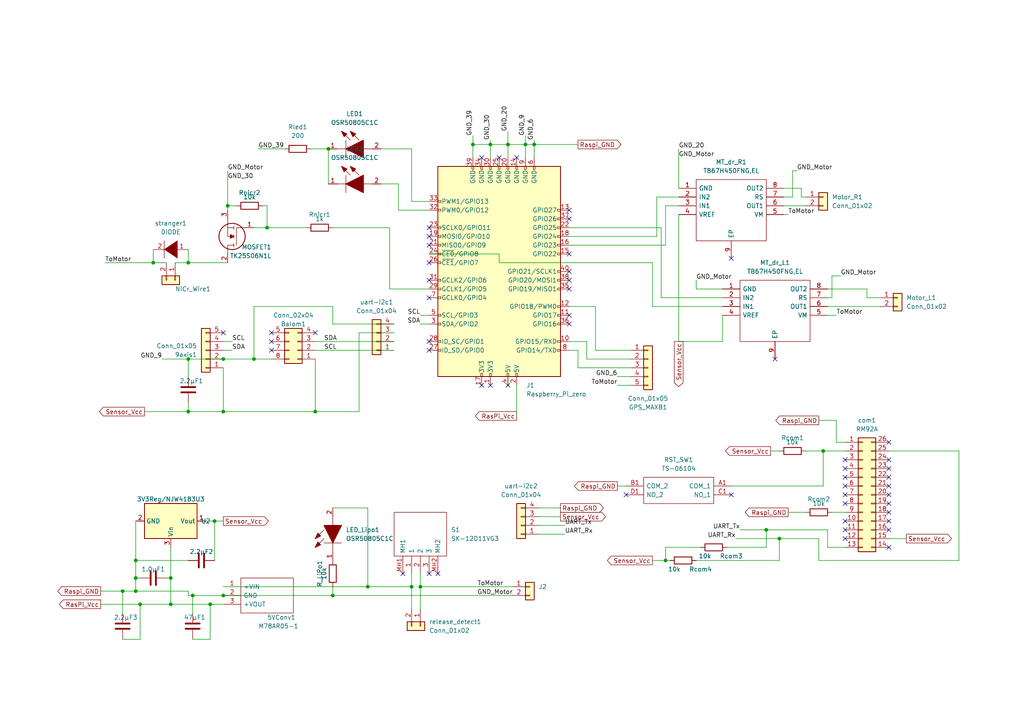
<source format=kicad_sch>
(kicad_sch (version 20211123) (generator eeschema)
  (paper "A4")
  (title_block (title "CanSat_MainBoard") (rev "1") (company "FUSiON_NEO"))
  (lib_symbols
    (symbol "Connector:Raspberry_Pi_2_3" (pin_names (offset 1.016))
      (property "Reference" "J" (at -17.78 31.75 0))
      (property "Value" "Raspberry_Pi_2_3" (at 10.16 -31.75 0))
      (symbol "Raspberry_Pi_2_3_0_1"
        (rectangle (start -17.78 30.48) (end 17.78 -30.48) (stroke (width 0.254)) (fill (type background)))
      )
      (symbol "Raspberry_Pi_2_3_1_1"
        (rectangle (start -16.891 -17.526) (end -17.78 -18.034))
        (rectangle (start -16.891 -14.986) (end -17.78 -15.494))
        (rectangle (start -16.891 -12.446) (end -17.78 -12.954))
        (rectangle (start -16.891 -9.906) (end -17.78 -10.414))
        (rectangle (start -16.891 -7.366) (end -17.78 -7.874))
        (rectangle (start -16.891 -4.826) (end -17.78 -5.334))
        (rectangle (start -16.891 0.254) (end -17.78 -0.254))
        (rectangle (start -16.891 2.794) (end -17.78 2.286))
        (rectangle (start -16.891 5.334) (end -17.78 4.826))
        (rectangle (start -16.891 10.414) (end -17.78 9.906))
        (rectangle (start -16.891 12.954) (end -17.78 12.446))
        (rectangle (start -16.891 15.494) (end -17.78 14.986))
        (rectangle (start -16.891 20.574) (end -17.78 20.066))
        (rectangle (start -16.891 23.114) (end -17.78 22.606))
        (rectangle (start -10.414 -29.591) (end -9.906 -30.48))
        (rectangle (start -7.874 -29.591) (end -7.366 -30.48))
        (rectangle (start -5.334 -29.591) (end -4.826 -30.48))
        (rectangle (start -5.334 30.48) (end -4.826 29.591))
        (rectangle (start -2.794 -29.591) (end -2.286 -30.48))
        (rectangle (start -2.794 30.48) (end -2.286 29.591))
        (rectangle (start -0.254 -29.591) (end 0.254 -30.48))
        (rectangle (start 2.286 -29.591) (end 2.794 -30.48))
        (rectangle (start 2.286 30.48) (end 2.794 29.591))
        (rectangle (start 4.826 -29.591) (end 5.334 -30.48))
        (rectangle (start 4.826 30.48) (end 5.334 29.591))
        (rectangle (start 7.366 -29.591) (end 7.874 -30.48))
        (rectangle (start 17.78 -20.066) (end 16.891 -20.574))
        (rectangle (start 17.78 -17.526) (end 16.891 -18.034))
        (rectangle (start 17.78 -12.446) (end 16.891 -12.954))
        (rectangle (start 17.78 -9.906) (end 16.891 -10.414))
        (rectangle (start 17.78 -7.366) (end 16.891 -7.874))
        (rectangle (start 17.78 -4.826) (end 16.891 -5.334))
        (rectangle (start 17.78 -2.286) (end 16.891 -2.794))
        (rectangle (start 17.78 2.794) (end 16.891 2.286))
        (rectangle (start 17.78 5.334) (end 16.891 4.826))
        (rectangle (start 17.78 7.874) (end 16.891 7.366))
        (rectangle (start 17.78 12.954) (end 16.891 12.446))
        (rectangle (start 17.78 15.494) (end 16.891 14.986))
        (rectangle (start 17.78 20.574) (end 16.891 20.066))
        (rectangle (start 17.78 23.114) (end 16.891 22.606))
        (pin power_in line (at 2.54 33.02 270) (length 2.54) (name "3V3") (number "1"))
        (pin bidirectional line (at -20.32 20.32 0) (length 2.54) (name "GPIO15/RXD") (number "10"))
        (pin bidirectional line (at -20.32 12.7 0) (length 2.54) (name "GPIO17") (number "11"))
        (pin bidirectional line (at -20.32 10.16 0) (length 2.54) (name "GPIO18/PWM0") (number "12"))
        (pin bidirectional line (at -20.32 -17.78 0) (length 2.54) (name "GPIO27") (number "13"))
        (pin power_in line (at -5.08 -33.02 90) (length 2.54) (name "GND") (number "14"))
        (pin bidirectional line (at -20.32 -5.08 0) (length 2.54) (name "GPIO22") (number "15"))
        (pin bidirectional line (at -20.32 -7.62 0) (length 2.54) (name "GPIO23") (number "16"))
        (pin power_in line (at 5.08 33.02 270) (length 2.54) (name "3V3") (number "17"))
        (pin bidirectional line (at -20.32 -10.16 0) (length 2.54) (name "GPIO24") (number "18"))
        (pin bidirectional line (at 20.32 -10.16 180) (length 2.54) (name "MOSI0/GPIO10") (number "19"))
        (pin power_in line (at -5.08 33.02 270) (length 2.54) (name "5V") (number "2"))
        (pin power_in line (at -2.54 -33.02 90) (length 2.54) (name "GND") (number "20"))
        (pin bidirectional line (at 20.32 -7.62 180) (length 2.54) (name "MISO0/GPIO9") (number "21"))
        (pin bidirectional line (at -20.32 -12.7 0) (length 2.54) (name "GPIO25") (number "22"))
        (pin bidirectional line (at 20.32 -12.7 180) (length 2.54) (name "SCLK0/GPIO11") (number "23"))
        (pin bidirectional line (at 20.32 -5.08 180) (length 2.54) (name "~{CE0}/GPIO8") (number "24"))
        (pin power_in line (at 0 -33.02 90) (length 2.54) (name "GND") (number "25"))
        (pin bidirectional line (at 20.32 -2.54 180) (length 2.54) (name "~{CE1}/GPIO7") (number "26"))
        (pin bidirectional line (at 20.32 22.86 180) (length 2.54) (name "ID_SD/GPIO0") (number "27"))
        (pin bidirectional line (at 20.32 20.32 180) (length 2.54) (name "ID_SC/GPIO1") (number "28"))
        (pin bidirectional line (at 20.32 5.08 180) (length 2.54) (name "GCLK1/GPIO5") (number "29"))
        (pin bidirectional line (at 20.32 15.24 180) (length 2.54) (name "SDA/GPIO2") (number "3"))
        (pin power_in line (at 2.54 -33.02 90) (length 2.54) (name "GND") (number "30"))
        (pin bidirectional line (at 20.32 2.54 180) (length 2.54) (name "GCLK2/GPIO6") (number "31"))
        (pin bidirectional line (at 20.32 -17.78 180) (length 2.54) (name "PWM0/GPIO12") (number "32"))
        (pin bidirectional line (at 20.32 -20.32 180) (length 2.54) (name "PWM1/GPIO13") (number "33"))
        (pin power_in line (at 5.08 -33.02 90) (length 2.54) (name "GND") (number "34"))
        (pin bidirectional line (at -20.32 5.08 0) (length 2.54) (name "GPIO19/MISO1") (number "35"))
        (pin bidirectional line (at -20.32 15.24 0) (length 2.54) (name "GPIO16") (number "36"))
        (pin bidirectional line (at -20.32 -15.24 0) (length 2.54) (name "GPIO26") (number "37"))
        (pin bidirectional line (at -20.32 2.54 0) (length 2.54) (name "GPIO20/MOSI1") (number "38"))
        (pin power_in line (at 7.62 -33.02 90) (length 2.54) (name "GND") (number "39"))
        (pin power_in line (at -2.54 33.02 270) (length 2.54) (name "5V") (number "4"))
        (pin bidirectional line (at -20.32 0 0) (length 2.54) (name "GPIO21/SCLK1") (number "40"))
        (pin bidirectional line (at 20.32 12.7 180) (length 2.54) (name "SCL/GPIO3") (number "5"))
        (pin power_in line (at -10.16 -33.02 90) (length 2.54) (name "GND") (number "6"))
        (pin bidirectional line (at 20.32 7.62 180) (length 2.54) (name "GCLK0/GPIO4") (number "7"))
        (pin bidirectional line (at -20.32 22.86 0) (length 2.54) (name "GPIO14/TXD") (number "8"))
        (pin power_in line (at -7.62 -33.02 90) (length 2.54) (name "GND") (number "9"))
      )
    )
    (symbol "Connector_Generic:Conn_01x02" (pin_names (offset 1.016) hide)
      (property "Reference" "J" (at 0 2.54 0))
      (property "Value" "Conn_01x02" (at 0 -5.08 0))
      (symbol "Conn_01x02_1_1"
        (rectangle (start -1.27 -2.413) (end 0 -2.667) (stroke (width 0.1524)))
        (rectangle (start -1.27 0.127) (end 0 -0.127) (stroke (width 0.1524)))
        (rectangle (start -1.27 1.27) (end 1.27 -3.81) (stroke (width 0.254)) (fill (type background)))
        (pin passive line (at -5.08 0 0) (length 3.81) (name "Pin_1") (number "1"))
        (pin passive line (at -5.08 -2.54 0) (length 3.81) (name "Pin_2") (number "2"))
      )
    )
    (symbol "Connector_Generic:Conn_01x04" (pin_names (offset 1.016) hide)
      (property "Reference" "J" (at 0 5.08 0))
      (property "Value" "Conn_01x04" (at 0 -7.62 0))
      (symbol "Conn_01x04_1_1"
        (rectangle (start -1.27 -4.953) (end 0 -5.207) (stroke (width 0.1524)))
        (rectangle (start -1.27 -2.413) (end 0 -2.667) (stroke (width 0.1524)))
        (rectangle (start -1.27 0.127) (end 0 -0.127) (stroke (width 0.1524)))
        (rectangle (start -1.27 2.667) (end 0 2.413) (stroke (width 0.1524)))
        (rectangle (start -1.27 3.81) (end 1.27 -6.35) (stroke (width 0.254)) (fill (type background)))
        (pin passive line (at -5.08 2.54 0) (length 3.81) (name "Pin_1") (number "1"))
        (pin passive line (at -5.08 0 0) (length 3.81) (name "Pin_2") (number "2"))
        (pin passive line (at -5.08 -2.54 0) (length 3.81) (name "Pin_3") (number "3"))
        (pin passive line (at -5.08 -5.08 0) (length 3.81) (name "Pin_4") (number "4"))
      )
    )
    (symbol "Connector_Generic:Conn_01x05" (pin_names (offset 1.016) hide)
      (property "Reference" "J" (at 0 7.62 0))
      (property "Value" "Conn_01x05" (at 0 -7.62 0))
      (symbol "Conn_01x05_1_1"
        (rectangle (start -1.27 -4.953) (end 0 -5.207) (stroke (width 0.1524)))
        (rectangle (start -1.27 -2.413) (end 0 -2.667) (stroke (width 0.1524)))
        (rectangle (start -1.27 0.127) (end 0 -0.127) (stroke (width 0.1524)))
        (rectangle (start -1.27 2.667) (end 0 2.413) (stroke (width 0.1524)))
        (rectangle (start -1.27 5.207) (end 0 4.953) (stroke (width 0.1524)))
        (rectangle (start -1.27 6.35) (end 1.27 -6.35) (stroke (width 0.254)) (fill (type background)))
        (pin passive line (at -5.08 5.08 0) (length 3.81) (name "Pin_1") (number "1"))
        (pin passive line (at -5.08 2.54 0) (length 3.81) (name "Pin_2") (number "2"))
        (pin passive line (at -5.08 0 0) (length 3.81) (name "Pin_3") (number "3"))
        (pin passive line (at -5.08 -2.54 0) (length 3.81) (name "Pin_4") (number "4"))
        (pin passive line (at -5.08 -5.08 0) (length 3.81) (name "Pin_5") (number "5"))
      )
    )
    (symbol "Connector_Generic:Conn_02x04_Counter_Clockwise" (pin_names (offset 1.016) hide)
      (property "Reference" "J" (at 1.27 5.08 0))
      (property "Value" "Conn_02x04_Counter_Clockwise" (at 1.27 -7.62 0))
      (symbol "Conn_02x04_Counter_Clockwise_1_1"
        (rectangle (start -1.27 -4.953) (end 0 -5.207) (stroke (width 0.1524)))
        (rectangle (start -1.27 -2.413) (end 0 -2.667) (stroke (width 0.1524)))
        (rectangle (start -1.27 0.127) (end 0 -0.127) (stroke (width 0.1524)))
        (rectangle (start -1.27 2.667) (end 0 2.413) (stroke (width 0.1524)))
        (rectangle (start -1.27 3.81) (end 3.81 -6.35) (stroke (width 0.254)) (fill (type background)))
        (rectangle (start 3.81 -4.953) (end 2.54 -5.207) (stroke (width 0.1524)))
        (rectangle (start 3.81 -2.413) (end 2.54 -2.667) (stroke (width 0.1524)))
        (rectangle (start 3.81 0.127) (end 2.54 -0.127) (stroke (width 0.1524)))
        (rectangle (start 3.81 2.667) (end 2.54 2.413) (stroke (width 0.1524)))
        (pin passive line (at -5.08 2.54 0) (length 3.81) (name "Pin_1") (number "1"))
        (pin passive line (at -5.08 0 0) (length 3.81) (name "Pin_2") (number "2"))
        (pin passive line (at -5.08 -2.54 0) (length 3.81) (name "Pin_3") (number "3"))
        (pin passive line (at -5.08 -5.08 0) (length 3.81) (name "Pin_4") (number "4"))
        (pin passive line (at 7.62 -5.08 180) (length 3.81) (name "Pin_5") (number "5"))
        (pin passive line (at 7.62 -2.54 180) (length 3.81) (name "Pin_6") (number "6"))
        (pin passive line (at 7.62 0 180) (length 3.81) (name "Pin_7") (number "7"))
        (pin passive line (at 7.62 2.54 180) (length 3.81) (name "Pin_8") (number "8"))
      )
    )
    (symbol "Connector_Generic:Conn_02x13_Counter_Clockwise" (pin_names (offset 1.016) hide)
      (property "Reference" "J" (at 1.27 17.78 0))
      (property "Value" "Conn_02x13_Counter_Clockwise" (at 1.27 -17.78 0))
      (symbol "Conn_02x13_Counter_Clockwise_1_1"
        (rectangle (start -1.27 -15.113) (end 0 -15.367) (stroke (width 0.1524)))
        (rectangle (start -1.27 -12.573) (end 0 -12.827) (stroke (width 0.1524)))
        (rectangle (start -1.27 -10.033) (end 0 -10.287) (stroke (width 0.1524)))
        (rectangle (start -1.27 -7.493) (end 0 -7.747) (stroke (width 0.1524)))
        (rectangle (start -1.27 -4.953) (end 0 -5.207) (stroke (width 0.1524)))
        (rectangle (start -1.27 -2.413) (end 0 -2.667) (stroke (width 0.1524)))
        (rectangle (start -1.27 0.127) (end 0 -0.127) (stroke (width 0.1524)))
        (rectangle (start -1.27 2.667) (end 0 2.413) (stroke (width 0.1524)))
        (rectangle (start -1.27 5.207) (end 0 4.953) (stroke (width 0.1524)))
        (rectangle (start -1.27 7.747) (end 0 7.493) (stroke (width 0.1524)))
        (rectangle (start -1.27 10.287) (end 0 10.033) (stroke (width 0.1524)))
        (rectangle (start -1.27 12.827) (end 0 12.573) (stroke (width 0.1524)))
        (rectangle (start -1.27 15.367) (end 0 15.113) (stroke (width 0.1524)))
        (rectangle (start -1.27 16.51) (end 3.81 -16.51) (stroke (width 0.254)) (fill (type background)))
        (rectangle (start 3.81 -15.113) (end 2.54 -15.367) (stroke (width 0.1524)))
        (rectangle (start 3.81 -12.573) (end 2.54 -12.827) (stroke (width 0.1524)))
        (rectangle (start 3.81 -10.033) (end 2.54 -10.287) (stroke (width 0.1524)))
        (rectangle (start 3.81 -7.493) (end 2.54 -7.747) (stroke (width 0.1524)))
        (rectangle (start 3.81 -4.953) (end 2.54 -5.207) (stroke (width 0.1524)))
        (rectangle (start 3.81 -2.413) (end 2.54 -2.667) (stroke (width 0.1524)))
        (rectangle (start 3.81 0.127) (end 2.54 -0.127) (stroke (width 0.1524)))
        (rectangle (start 3.81 2.667) (end 2.54 2.413) (stroke (width 0.1524)))
        (rectangle (start 3.81 5.207) (end 2.54 4.953) (stroke (width 0.1524)))
        (rectangle (start 3.81 7.747) (end 2.54 7.493) (stroke (width 0.1524)))
        (rectangle (start 3.81 10.287) (end 2.54 10.033) (stroke (width 0.1524)))
        (rectangle (start 3.81 12.827) (end 2.54 12.573) (stroke (width 0.1524)))
        (rectangle (start 3.81 15.367) (end 2.54 15.113) (stroke (width 0.1524)))
        (pin passive line (at -5.08 15.24 0) (length 3.81) (name "Pin_1") (number "1"))
        (pin passive line (at -5.08 -7.62 0) (length 3.81) (name "Pin_10") (number "10"))
        (pin passive line (at -5.08 -10.16 0) (length 3.81) (name "Pin_11") (number "11"))
        (pin passive line (at -5.08 -12.7 0) (length 3.81) (name "Pin_12") (number "12"))
        (pin passive line (at -5.08 -15.24 0) (length 3.81) (name "Pin_13") (number "13"))
        (pin passive line (at 7.62 -15.24 180) (length 3.81) (name "Pin_14") (number "14"))
        (pin passive line (at 7.62 -12.7 180) (length 3.81) (name "Pin_15") (number "15"))
        (pin passive line (at 7.62 -10.16 180) (length 3.81) (name "Pin_16") (number "16"))
        (pin passive line (at 7.62 -7.62 180) (length 3.81) (name "Pin_17") (number "17"))
        (pin passive line (at 7.62 -5.08 180) (length 3.81) (name "Pin_18") (number "18"))
        (pin passive line (at 7.62 -2.54 180) (length 3.81) (name "Pin_19") (number "19"))
        (pin passive line (at -5.08 12.7 0) (length 3.81) (name "Pin_2") (number "2"))
        (pin passive line (at 7.62 0 180) (length 3.81) (name "Pin_20") (number "20"))
        (pin passive line (at 7.62 2.54 180) (length 3.81) (name "Pin_21") (number "21"))
        (pin passive line (at 7.62 5.08 180) (length 3.81) (name "Pin_22") (number "22"))
        (pin passive line (at 7.62 7.62 180) (length 3.81) (name "Pin_23") (number "23"))
        (pin passive line (at 7.62 10.16 180) (length 3.81) (name "Pin_24") (number "24"))
        (pin passive line (at 7.62 12.7 180) (length 3.81) (name "Pin_25") (number "25"))
        (pin passive line (at 7.62 15.24 180) (length 3.81) (name "Pin_26") (number "26"))
        (pin passive line (at -5.08 10.16 0) (length 3.81) (name "Pin_3") (number "3"))
        (pin passive line (at -5.08 7.62 0) (length 3.81) (name "Pin_4") (number "4"))
        (pin passive line (at -5.08 5.08 0) (length 3.81) (name "Pin_5") (number "5"))
        (pin passive line (at -5.08 2.54 0) (length 3.81) (name "Pin_6") (number "6"))
        (pin passive line (at -5.08 0 0) (length 3.81) (name "Pin_7") (number "7"))
        (pin passive line (at -5.08 -2.54 0) (length 3.81) (name "Pin_8") (number "8"))
        (pin passive line (at -5.08 -5.08 0) (length 3.81) (name "Pin_9") (number "9"))
      )
    )
    (symbol "Device:C" (pin_numbers hide) (pin_names (offset 0.254))
      (property "Reference" "C" (at 0.635 2.54 0))
      (property "Value" "C" (at 0.635 -2.54 0))
      (symbol "C_0_1"
        (polyline (pts (xy -2.032 -0.762) (xy 2.032 -0.762)) (stroke (width 0.508)))
        (polyline (pts (xy -2.032 0.762) (xy 2.032 0.762)) (stroke (width 0.508)))
      )
      (symbol "C_1_1"
        (pin passive line (at 0 3.81 270) (length 2.794) (name "~") (number "1"))
        (pin passive line (at 0 -3.81 90) (length 2.794) (name "~") (number "2"))
      )
    )
    (symbol "Device:R" (pin_numbers hide) (pin_names (offset 0))
      (property "Reference" "R" (at 2.032 0 90))
      (property "Value" "R" (at 0 0 90))
      (symbol "R_0_1"
        (rectangle (start -1.016 -2.54) (end 1.016 2.54) (stroke (width 0.254)))
      )
      (symbol "R_1_1"
        (pin passive line (at 0 3.81 270) (length 1.27) (name "~") (number "1"))
        (pin passive line (at 0 -3.81 90) (length 1.27) (name "~") (number "2"))
      )
    )
    (symbol "M78AR05-1:M78AR05-1" (pin_names (offset 0.762))
      (property "Reference" "PS" (at 21.59 7.62 0))
      (property "Value" "M78AR05-1" (at 21.59 5.08 0))
      (symbol "M78AR05-1_0_0"
        (pin passive line (at 0 0 0) (length 5.08) (name "+VIN") (number "1"))
        (pin passive line (at 0 -2.54 0) (length 5.08) (name "GND") (number "2"))
        (pin passive line (at 0 -5.08 0) (length 5.08) (name "+VOUT") (number "3"))
      )
      (symbol "M78AR05-1_0_1"
        (polyline (pts (xy 5.08 2.54) (xy 20.32 2.54) (xy 20.32 -7.62) (xy 5.08 -7.62) (xy 5.08 2.54)) (stroke (width 0.1524)))
      )
    )
    (symbol "OSR50805C1C:OSR50805C1C" (pin_names (offset 0.762))
      (property "Reference" "LED" (at 12.7 8.89 0))
      (property "Value" "OSR50805C1C" (at 12.7 6.35 0))
      (symbol "OSR50805C1C_0_0"
        (pin passive line (at 0 0 0) (length 2.54) (name "~") (number "1"))
        (pin passive line (at 15.24 0 180) (length 2.54) (name "~") (number "2"))
      )
      (symbol "OSR50805C1C_0_1"
        (polyline (pts (xy 2.54 0) (xy 5.08 0)) (stroke (width 0.1524)))
        (polyline (pts (xy 5.08 2.54) (xy 5.08 -2.54)) (stroke (width 0.1524)))
        (polyline (pts (xy 6.35 2.54) (xy 3.81 5.08)) (stroke (width 0.1524)))
        (polyline (pts (xy 8.89 2.54) (xy 6.35 5.08)) (stroke (width 0.1524)))
        (polyline (pts (xy 10.16 0) (xy 12.7 0)) (stroke (width 0.1524)))
        (polyline (pts (xy 5.08 0) (xy 10.16 2.54) (xy 10.16 -2.54) (xy 5.08 0)) (stroke (width 0.254)) (fill (type outline)))
        (polyline (pts (xy 5.334 4.318) (xy 4.572 3.556) (xy 3.81 5.08) (xy 5.334 4.318)) (stroke (width 0.254)) (fill (type outline)))
        (polyline (pts (xy 7.874 4.318) (xy 7.112 3.556) (xy 6.35 5.08) (xy 7.874 4.318)) (stroke (width 0.254)) (fill (type outline)))
      )
    )
    (symbol "Regulator_Current:HV100K5-G"
      (property "Reference" "U?" (at 0 10.16 90))
      (property "Value" "NJW4183U3" (at -7.62 7.62 90))
      (symbol "HV100K5-G_0_1"
        (rectangle (start -5.08 7.62) (end 5.08 -7.62) (stroke (width 0.254)) (fill (type background)))
      )
      (symbol "HV100K5-G_1_1"
        (pin power_in line (at 0 10.16 270) (length 2.54) (name "Vout") (number "1"))
        (pin power_out line (at 0 -10.16 90) (length 2.54) (name "GND") (number "2"))
        (pin input line (at 7.62 0 180) (length 2.54) (name "Vin") (number "3"))
      )
    )
    (symbol "SK-12D11VG3:SK-12D11VG3" (pin_names (offset 0.762))
      (property "Reference" "S" (at 19.05 7.62 0))
      (property "Value" "SK-12D11VG3" (at 19.05 5.08 0))
      (symbol "SK-12D11VG3_0_0"
        (pin passive line (at 0 -2.54 0) (length 5.08) (name "1") (number "1"))
        (pin passive line (at 0 -5.08 0) (length 5.08) (name "2") (number "2"))
        (pin passive line (at 0 -7.62 0) (length 5.08) (name "3") (number "3"))
        (pin passive line (at 0 0 0) (length 5.08) (name "MH1") (number "MH1"))
        (pin passive line (at 0 -10.16 0) (length 5.08) (name "MH2") (number "MH2"))
      )
      (symbol "SK-12D11VG3_0_1"
        (polyline (pts (xy 5.08 2.54) (xy 17.78 2.54) (xy 17.78 -12.7) (xy 5.08 -12.7) (xy 5.08 2.54)) (stroke (width 0.1524)))
      )
    )
    (symbol "TB67H450FNG_EL:TB67H450FNG,EL" (pin_names (offset 0.762))
      (property "Reference" "IC" (at 26.67 7.62 0))
      (property "Value" "TB67H450FNG,EL" (at 26.67 5.08 0))
      (symbol "TB67H450FNG,EL_0_0"
        (pin passive line (at 0 0 0) (length 5.08) (name "GND") (number "1"))
        (pin passive line (at 0 -2.54 0) (length 5.08) (name "IN2") (number "2"))
        (pin passive line (at 0 -5.08 0) (length 5.08) (name "IN1") (number "3"))
        (pin passive line (at 0 -7.62 0) (length 5.08) (name "VREF") (number "4"))
        (pin passive line (at 30.48 -7.62 180) (length 5.08) (name "VM") (number "5"))
        (pin passive line (at 30.48 -5.08 180) (length 5.08) (name "OUT1") (number "6"))
        (pin passive line (at 30.48 -2.54 180) (length 5.08) (name "RS") (number "7"))
        (pin passive line (at 30.48 0 180) (length 5.08) (name "OUT2") (number "8"))
        (pin passive line (at 15.24 -20.32 90) (length 5.08) (name "EP") (number "9"))
      )
      (symbol "TB67H450FNG,EL_0_1"
        (polyline (pts (xy 5.08 2.54) (xy 25.4 2.54) (xy 25.4 -15.24) (xy 5.08 -15.24) (xy 5.08 2.54)) (stroke (width 0.1524)))
      )
    )
    (symbol "TK25S06N1L_LQ:TK25S06N1L,LQ" (pin_names (offset 0.762))
      (property "Reference" "Q" (at 11.43 3.81 0))
      (property "Value" "TK25S06N1L,LQ" (at 11.43 1.27 0))
      (symbol "TK25S06N1L,LQ_0_0"
        (pin passive line (at 0 0 0) (length 2.54) (name "~") (number "1"))
        (pin passive line (at 7.62 10.16 270) (length 2.54) (name "~") (number "2"))
        (pin passive line (at 7.62 -5.08 90) (length 2.54) (name "~") (number "3"))
      )
      (symbol "TK25S06N1L,LQ_0_1"
        (polyline (pts (xy 5.842 -0.508) (xy 5.842 0.508)) (stroke (width 0.1524)))
        (polyline (pts (xy 5.842 0) (xy 7.62 0)) (stroke (width 0.1524)))
        (polyline (pts (xy 5.842 2.032) (xy 5.842 3.048)) (stroke (width 0.1524)))
        (polyline (pts (xy 5.842 5.588) (xy 5.842 4.572)) (stroke (width 0.1524)))
        (polyline (pts (xy 7.62 2.54) (xy 5.842 2.54)) (stroke (width 0.1524)))
        (polyline (pts (xy 7.62 2.54) (xy 7.62 -2.54)) (stroke (width 0.1524)))
        (polyline (pts (xy 7.62 5.08) (xy 5.842 5.08)) (stroke (width 0.1524)))
        (polyline (pts (xy 7.62 5.08) (xy 7.62 7.62)) (stroke (width 0.1524)))
        (polyline (pts (xy 2.54 0) (xy 5.08 0) (xy 5.08 5.08)) (stroke (width 0.1524)))
        (polyline (pts (xy 5.842 2.54) (xy 6.858 3.048) (xy 6.858 2.032) (xy 5.842 2.54)) (stroke (width 0.254)) (fill (type outline)))
        (circle (center 6.35 2.54) (radius 3.81) (stroke (width 0.254)))
      )
    )
    (symbol "TS-06104:TS-06104" (pin_names (offset 0.762))
      (property "Reference" "S" (at 26.67 7.62 0))
      (property "Value" "TS-06104" (at 26.67 5.08 0))
      (symbol "TS-06104_0_0"
        (pin passive line (at 30.48 0 180) (length 5.08) (name "COM_1") (number "A1"))
        (pin passive line (at 0 0 0) (length 5.08) (name "COM_2") (number "B1"))
        (pin passive line (at 30.48 -2.54 180) (length 5.08) (name "NO_1") (number "C1"))
        (pin passive line (at 0 -2.54 0) (length 5.08) (name "NO_2") (number "D1"))
      )
      (symbol "TS-06104_0_1"
        (polyline (pts (xy 5.08 2.54) (xy 25.4 2.54) (xy 25.4 -5.08) (xy 5.08 -5.08) (xy 5.08 2.54)) (stroke (width 0.1524)))
      )
    )
    (symbol "pspice:DIODE" (pin_names (offset 1.016) hide)
      (property "Reference" "D" (at 0 3.81 0))
      (property "Value" "DIODE" (at 0 -4.445 0))
      (symbol "DIODE_0_1"
        (polyline (pts (xy 1.905 2.54) (xy 1.905 -2.54)))
        (polyline (pts (xy -1.905 2.54) (xy -1.905 -2.54) (xy 1.905 0)) (fill (type outline)))
      )
      (symbol "DIODE_1_1"
        (pin input line (at -5.08 0 0) (length 3.81) (name "K") (number "1"))
        (pin input line (at 5.08 0 180) (length 3.81) (name "A") (number "2"))
      )
    )
  )
  (junction (at 106.68 170.18))
  (junction (at 35.56 171.45))
  (junction (at 193.04 162.56))
  (junction (at 55.88 172.72))
  (junction (at 39.37 162.56))
  (junction (at 91.44 119.38))
  (junction (at 73.66 104.14))
  (junction (at 121.92 170.18))
  (junction (at 66.04 59.69))
  (junction (at 54.61 104.14))
  (junction (at 64.77 119.38))
  (junction (at 39.37 171.45))
  (junction (at 64.77 104.14))
  (junction (at 54.61 119.38))
  (junction (at 96.52 172.72))
  (junction (at 152.4 41.91))
  (junction (at 62.23 151.13))
  (junction (at 54.61 76.2))
  (junction (at 226.06 156.21))
  (junction (at 238.76 130.81))
  (junction (at 77.47 66.04))
  (junction (at 44.45 76.2))
  (junction (at 64.77 172.72))
  (junction (at 154.94 41.91))
  (junction (at 40.64 175.26))
  (junction (at 222.25 153.67))
  (junction (at 147.32 41.91))
  (junction (at 137.16 41.91))
  (junction (at 142.24 41.91))
  (junction (at 39.37 167.64))
  (junction (at 119.38 170.18))
  (junction (at 49.53 175.26))
  (junction (at 95.25 43.18))
  (junction (at 49.53 167.64))
  (junction (at 60.96 175.26))
  (no_connect (at 147.32 111.76))
  (no_connect (at 257.81 148.59))
  (no_connect (at 257.81 151.13))
  (no_connect (at 165.1 93.98))
  (no_connect (at 165.1 91.44))
  (no_connect (at 165.1 83.82))
  (no_connect (at 165.1 81.28))
  (no_connect (at 165.1 78.74))
  (no_connect (at 149.86 45.72))
  (no_connect (at 144.78 45.72))
  (no_connect (at 139.7 45.72))
  (no_connect (at 165.1 63.5))
  (no_connect (at 124.46 66.04))
  (no_connect (at 124.46 99.06))
  (no_connect (at 124.46 101.6))
  (no_connect (at 124.46 68.58))
  (no_connect (at 124.46 71.12))
  (no_connect (at 124.46 76.2))
  (no_connect (at 124.46 81.28))
  (no_connect (at 124.46 86.36))
  (no_connect (at 127 166.37))
  (no_connect (at 116.84 166.37))
  (no_connect (at 124.46 166.37))
  (no_connect (at 78.74 99.06))
  (no_connect (at 245.11 133.35))
  (no_connect (at 257.81 153.67))
  (no_connect (at 257.81 158.75))
  (no_connect (at 245.11 153.67))
  (no_connect (at 245.11 151.13))
  (no_connect (at 245.11 135.89))
  (no_connect (at 245.11 138.43))
  (no_connect (at 245.11 140.97))
  (no_connect (at 245.11 143.51))
  (no_connect (at 245.11 146.05))
  (no_connect (at 212.09 74.93))
  (no_connect (at 224.79 104.14))
  (no_connect (at 78.74 101.6))
  (no_connect (at 139.7 111.76))
  (no_connect (at 142.24 111.76))
  (no_connect (at 64.77 96.52))
  (no_connect (at 165.1 73.66))
  (no_connect (at 257.81 140.97))
  (no_connect (at 257.81 128.27))
  (no_connect (at 245.11 156.21))
  (no_connect (at 257.81 133.35))
  (no_connect (at 257.81 135.89))
  (no_connect (at 257.81 138.43))
  (no_connect (at 257.81 143.51))
  (no_connect (at 257.81 146.05))
  (no_connect (at 212.09 143.51))
  (no_connect (at 181.61 143.51))
  (no_connect (at 78.74 96.52))
  (no_connect (at 91.44 96.52))
  (no_connect (at 165.1 60.96))
  (wire (pts (xy 115.57 60.96) (xy 115.57 53.34)))
  (wire (pts (xy 64.77 172.72) (xy 96.52 172.72)))
  (wire (pts (xy 189.23 88.9) (xy 209.55 88.9)))
  (wire (pts (xy 115.57 53.34) (xy 110.49 53.34)))
  (wire (pts (xy 226.06 156.21) (xy 237.49 156.21)))
  (wire (pts (xy 201.93 162.56) (xy 226.06 162.56)))
  (wire (pts (xy 213.36 156.21) (xy 226.06 156.21)))
  (wire (pts (xy 66.04 59.69) (xy 66.04 60.96)))
  (wire (pts (xy 124.46 60.96) (xy 115.57 60.96)))
  (wire (pts (xy 54.61 72.39) (xy 54.61 76.2)))
  (wire (pts (xy 73.66 104.14) (xy 78.74 104.14)))
  (wire (pts (xy 62.23 151.13) (xy 64.77 151.13)))
  (wire (pts (xy 209.55 91.44) (xy 209.55 99.06)))
  (wire (pts (xy 96.52 172.72) (xy 148.59 172.72)))
  (wire (pts (xy 147.32 41.91) (xy 147.32 45.72)))
  (wire (pts (xy 191.77 86.36) (xy 209.55 86.36)))
  (wire (pts (xy 237.49 156.21) (xy 237.49 162.56)))
  (wire (pts (xy 54.61 172.72) (xy 55.88 172.72)))
  (wire (pts (xy 222.25 153.67) (xy 222.25 158.75)))
  (wire (pts (xy 54.61 116.84) (xy 54.61 119.38)))
  (wire (pts (xy 179.07 111.76) (xy 182.88 111.76)))
  (wire (pts (xy 152.4 41.91) (xy 154.94 41.91)))
  (wire (pts (xy 165.1 71.12) (xy 193.04 71.12)))
  (wire (pts (xy 222.25 153.67) (xy 240.03 153.67)))
  (wire (pts (xy 170.18 99.06) (xy 165.1 99.06)))
  (wire (pts (xy 77.47 66.04) (xy 88.9 66.04)))
  (wire (pts (xy 121.92 91.44) (xy 124.46 91.44)))
  (wire (pts (xy 121.92 93.98) (xy 124.46 93.98)))
  (wire (pts (xy 90.17 43.18) (xy 95.25 43.18)))
  (wire (pts (xy 35.56 185.42) (xy 40.64 185.42)))
  (wire (pts (xy 64.77 99.06) (xy 67.31 99.06)))
  (wire (pts (xy 64.77 104.14) (xy 54.61 104.14)))
  (wire (pts (xy 147.32 41.91) (xy 152.4 41.91)))
  (wire (pts (xy 44.45 76.2) (xy 48.26 76.2)))
  (wire (pts (xy 240.03 153.67) (xy 240.03 158.75)))
  (wire (pts (xy 144.78 73.66) (xy 124.46 73.66)))
  (wire (pts (xy 147.32 109.22) (xy 147.32 111.76)))
  (wire (pts (xy 165.1 88.9) (xy 172.72 88.9)))
  (wire (pts (xy 119.38 43.18) (xy 110.49 43.18)))
  (wire (pts (xy 201.93 83.82) (xy 209.55 83.82)))
  (wire (pts (xy 167.64 101.6) (xy 165.1 101.6)))
  (wire (pts (xy 233.68 57.15) (xy 232.41 57.15)))
  (wire (pts (xy 165.1 66.04) (xy 191.77 66.04)))
  (wire (pts (xy 64.77 119.38) (xy 91.44 119.38)))
  (wire (pts (xy 193.04 59.69) (xy 196.85 59.69)))
  (wire (pts (xy 214.63 153.67) (xy 222.25 153.67)))
  (wire (pts (xy 66.04 59.69) (xy 68.58 59.69)))
  (wire (pts (xy 241.3 148.59) (xy 245.11 148.59)))
  (wire (pts (xy 196.85 62.23) (xy 196.85 99.06)))
  (wire (pts (xy 66.04 49.53) (xy 66.04 59.69)))
  (wire (pts (xy 39.37 167.64) (xy 39.37 171.45)))
  (wire (pts (xy 124.46 83.82) (xy 113.03 83.82)))
  (wire (pts (xy 121.92 166.37) (xy 121.92 170.18)))
  (wire (pts (xy 165.1 68.58) (xy 190.5 68.58)))
  (wire (pts (xy 35.56 171.45) (xy 39.37 171.45)))
  (wire (pts (xy 54.61 104.14) (xy 46.99 104.14)))
  (wire (pts (xy 96.52 147.32) (xy 106.68 147.32)))
  (wire (pts (xy 74.93 43.18) (xy 82.55 43.18)))
  (wire (pts (xy 154.94 41.91) (xy 167.64 41.91)))
  (wire (pts (xy 96.52 66.04) (xy 113.03 66.04)))
  (wire (pts (xy 240.03 88.9) (xy 255.27 88.9)))
  (wire (pts (xy 242.57 121.92) (xy 242.57 128.27)))
  (wire (pts (xy 241.3 86.36) (xy 240.03 86.36)))
  (wire (pts (xy 59.69 151.13) (xy 62.23 151.13)))
  (wire (pts (xy 189.23 162.56) (xy 193.04 162.56)))
  (wire (pts (xy 278.13 130.81) (xy 257.81 130.81)))
  (wire (pts (xy 91.44 99.06) (xy 114.3 99.06)))
  (wire (pts (xy 119.38 58.42) (xy 119.38 43.18)))
  (wire (pts (xy 240.03 158.75) (xy 245.11 158.75)))
  (wire (pts (xy 50.8 76.2) (xy 54.61 76.2)))
  (wire (pts (xy 232.41 57.15) (xy 232.41 54.61)))
  (wire (pts (xy 196.85 43.18) (xy 196.85 54.61)))
  (wire (pts (xy 30.48 76.2) (xy 44.45 76.2)))
  (wire (pts (xy 156.21 152.4) (xy 163.83 152.4)))
  (wire (pts (xy 121.92 170.18) (xy 121.92 176.53)))
  (wire (pts (xy 124.46 58.42) (xy 119.38 58.42)))
  (wire (pts (xy 60.96 175.26) (xy 60.96 185.42)))
  (wire (pts (xy 240.03 83.82) (xy 251.46 83.82)))
  (wire (pts (xy 48.26 167.64) (xy 49.53 167.64)))
  (wire (pts (xy 167.64 101.6) (xy 167.64 106.68)))
  (wire (pts (xy 49.53 158.75) (xy 49.53 167.64)))
  (wire (pts (xy 212.09 140.97) (xy 238.76 140.97)))
  (wire (pts (xy 242.57 128.27) (xy 245.11 128.27)))
  (wire (pts (xy 104.14 96.52) (xy 114.3 96.52)))
  (wire (pts (xy 96.52 170.18) (xy 96.52 172.72)))
  (wire (pts (xy 142.24 41.91) (xy 142.24 45.72)))
  (wire (pts (xy 229.87 57.15) (xy 227.33 57.15)))
  (wire (pts (xy 39.37 162.56) (xy 39.37 167.64)))
  (wire (pts (xy 39.37 162.56) (xy 54.61 162.56)))
  (wire (pts (xy 106.68 170.18) (xy 119.38 170.18)))
  (wire (pts (xy 55.88 172.72) (xy 55.88 177.8)))
  (wire (pts (xy 64.77 170.18) (xy 106.68 170.18)))
  (wire (pts (xy 238.76 130.81) (xy 245.11 130.81)))
  (wire (pts (xy 137.16 41.91) (xy 142.24 41.91)))
  (wire (pts (xy 190.5 57.15) (xy 196.85 57.15)))
  (wire (pts (xy 154.94 41.91) (xy 154.94 45.72)))
  (wire (pts (xy 189.23 88.9) (xy 189.23 76.2)))
  (wire (pts (xy 91.44 101.6) (xy 114.3 101.6)))
  (wire (pts (xy 147.32 38.1) (xy 147.32 41.91)))
  (wire (pts (xy 182.88 101.6) (xy 172.72 101.6)))
  (wire (pts (xy 62.23 151.13) (xy 62.23 162.56)))
  (wire (pts (xy 119.38 170.18) (xy 119.38 176.53)))
  (wire (pts (xy 149.86 111.76) (xy 149.86 120.65)))
  (wire (pts (xy 77.47 59.69) (xy 77.47 66.04)))
  (wire (pts (xy 191.77 66.04) (xy 191.77 86.36)))
  (wire (pts (xy 228.6 148.59) (xy 233.68 148.59)))
  (wire (pts (xy 142.24 41.91) (xy 147.32 41.91)))
  (wire (pts (xy 91.44 104.14) (xy 91.44 119.38)))
  (wire (pts (xy 190.5 68.58) (xy 190.5 57.15)))
  (wire (pts (xy 39.37 151.13) (xy 39.37 162.56)))
  (wire (pts (xy 251.46 86.36) (xy 255.27 86.36)))
  (wire (pts (xy 227.33 59.69) (xy 233.68 59.69)))
  (wire (pts (xy 210.82 158.75) (xy 222.25 158.75)))
  (wire (pts (xy 154.94 40.64) (xy 154.94 41.91)))
  (wire (pts (xy 29.21 171.45) (xy 35.56 171.45)))
  (wire (pts (xy 152.4 45.72) (xy 152.4 41.91)))
  (wire (pts (xy 142.24 40.64) (xy 142.24 41.91)))
  (wire (pts (xy 179.07 140.97) (xy 181.61 140.97)))
  (wire (pts (xy 73.66 66.04) (xy 77.47 66.04)))
  (wire (pts (xy 91.44 119.38) (xy 104.14 119.38)))
  (wire (pts (xy 54.61 171.45) (xy 54.61 172.72)))
  (wire (pts (xy 73.66 88.9) (xy 96.52 88.9)))
  (wire (pts (xy 40.64 175.26) (xy 40.64 185.42)))
  (wire (pts (xy 119.38 166.37) (xy 119.38 170.18)))
  (wire (pts (xy 231.14 49.53) (xy 229.87 49.53)))
  (wire (pts (xy 39.37 167.64) (xy 40.64 167.64)))
  (wire (pts (xy 60.96 175.26) (xy 64.77 175.26)))
  (wire (pts (xy 41.91 119.38) (xy 54.61 119.38)))
  (wire (pts (xy 223.52 130.81) (xy 226.06 130.81)))
  (wire (pts (xy 64.77 104.14) (xy 73.66 104.14)))
  (wire (pts (xy 39.37 171.45) (xy 54.61 171.45)))
  (wire (pts (xy 182.88 109.22) (xy 179.07 109.22)))
  (wire (pts (xy 40.64 175.26) (xy 49.53 175.26)))
  (wire (pts (xy 201.93 81.28) (xy 201.93 83.82)))
  (wire (pts (xy 64.77 106.68) (xy 64.77 119.38)))
  (wire (pts (xy 35.56 171.45) (xy 35.56 177.8)))
  (wire (pts (xy 193.04 158.75) (xy 193.04 162.56)))
  (wire (pts (xy 49.53 175.26) (xy 60.96 175.26)))
  (wire (pts (xy 64.77 101.6) (xy 67.31 101.6)))
  (wire (pts (xy 121.92 170.18) (xy 148.59 170.18)))
  (wire (pts (xy 240.03 91.44) (xy 242.57 91.44)))
  (wire (pts (xy 54.61 104.14) (xy 54.61 109.22)))
  (wire (pts (xy 156.21 154.94) (xy 163.83 154.94)))
  (wire (pts (xy 278.13 162.56) (xy 278.13 130.81)))
  (wire (pts (xy 182.88 106.68) (xy 167.64 106.68)))
  (wire (pts (xy 96.52 88.9) (xy 96.52 93.98)))
  (wire (pts (xy 55.88 172.72) (xy 64.77 172.72)))
  (wire (pts (xy 54.61 119.38) (xy 64.77 119.38)))
  (wire (pts (xy 193.04 71.12) (xy 193.04 59.69)))
  (wire (pts (xy 96.52 93.98) (xy 114.3 93.98)))
  (wire (pts (xy 229.87 49.53) (xy 229.87 57.15)))
  (wire (pts (xy 29.21 175.26) (xy 40.64 175.26)))
  (wire (pts (xy 152.4 41.91) (xy 152.4 39.37)))
  (wire (pts (xy 156.21 149.86) (xy 162.56 149.86)))
  (wire (pts (xy 104.14 119.38) (xy 104.14 96.52)))
  (wire (pts (xy 226.06 156.21) (xy 226.06 162.56)))
  (wire (pts (xy 232.41 54.61) (xy 227.33 54.61)))
  (wire (pts (xy 137.16 39.37) (xy 137.16 41.91)))
  (wire (pts (xy 237.49 162.56) (xy 278.13 162.56)))
  (wire (pts (xy 242.57 121.92) (xy 237.49 121.92)))
  (wire (pts (xy 170.18 99.06) (xy 170.18 104.14)))
  (wire (pts (xy 144.78 76.2) (xy 144.78 73.66)))
  (wire (pts (xy 203.2 158.75) (xy 193.04 158.75)))
  (wire (pts (xy 49.53 167.64) (xy 49.53 175.26)))
  (wire (pts (xy 251.46 83.82) (xy 251.46 86.36)))
  (wire (pts (xy 233.68 130.81) (xy 238.76 130.81)))
  (wire (pts (xy 76.2 59.69) (xy 77.47 59.69)))
  (wire (pts (xy 106.68 147.32) (xy 106.68 170.18)))
  (wire (pts (xy 172.72 88.9) (xy 172.72 101.6)))
  (wire (pts (xy 137.16 41.91) (xy 137.16 45.72)))
  (wire (pts (xy 257.81 156.21) (xy 262.89 156.21)))
  (wire (pts (xy 209.55 99.06) (xy 196.85 99.06)))
  (wire (pts (xy 193.04 162.56) (xy 194.31 162.56)))
  (wire (pts (xy 156.21 147.32) (xy 162.56 147.32)))
  (wire (pts (xy 73.66 104.14) (xy 73.66 88.9)))
  (wire (pts (xy 243.84 80.01) (xy 241.3 80.01)))
  (wire (pts (xy 95.25 43.18) (xy 95.25 53.34)))
  (wire (pts (xy 227.33 62.23) (xy 228.6 62.23)))
  (wire (pts (xy 54.61 76.2) (xy 66.04 76.2)))
  (wire (pts (xy 55.88 185.42) (xy 60.96 185.42)))
  (wire (pts (xy 189.23 76.2) (xy 144.78 76.2)))
  (wire (pts (xy 238.76 140.97) (xy 238.76 130.81)))
  (wire (pts (xy 241.3 80.01) (xy 241.3 86.36)))
  (wire (pts (xy 44.45 72.39) (xy 44.45 76.2)))
  (wire (pts (xy 182.88 104.14) (xy 170.18 104.14)))
  (wire (pts (xy 113.03 66.04) (xy 113.03 83.82)))
  (label "GND_Motor" (at 138.43 172.72 0))
  (label "GND_39" (at 74.93 43.18 0))
  (label "GND_30" (at 66.04 52.07 0))
  (label "GND_9" (at 152.4 39.37 90))
  (label "GND_6" (at 154.94 40.64 90))
  (label "GND_Motor" (at 66.04 49.53 0))
  (label "ToMotor" (at 228.6 62.23 0))
  (label "ToMotor" (at 30.48 76.2 0))
  (label "SDA" (at 93.98 99.06 0))
  (label "ToMotor" (at 138.43 170.18 0))
  (label "GND_Motor" (at 231.14 49.53 0))
  (label "GND_20" (at 147.32 38.1 90))
  (label "GND_Motor" (at 196.85 45.72 0))
  (label "GND_6" (at 179.07 109.22 180))
  (label "GND_39" (at 137.16 39.37 90))
  (label "SCL" (at 67.31 99.06 0))
  (label "GND_Motor" (at 201.93 81.28 0))
  (label "GND_30" (at 142.24 40.64 90))
  (label "UART_Tx" (at 163.83 152.4 0))
  (label "SCL" (at 93.98 101.6 0))
  (label "SDA" (at 121.92 93.98 180))
  (label "SCL" (at 121.92 91.44 180))
  (label "GND_20" (at 196.85 43.18 0))
  (label "GND_9" (at 46.99 104.14 180))
  (label "ToMotor" (at 242.57 91.44 0))
  (label "SDA" (at 67.31 101.6 0))
  (label "ToMotor" (at 179.07 111.76 180))
  (label "UART_Rx" (at 213.36 156.21 180))
  (label "UART_Tx" (at 214.63 153.67 180))
  (label "GND_Motor" (at 243.84 80.01 0))
  (label "UART_Rx" (at 163.83 154.94 0))
  (global_label "Sensor_Vcc" (shape output) (at 262.89 156.21 0) (property "Intersheet References" "${INTERSHEET_REFS}" (effects hide)))
  (global_label "Sensor_Vcc" (shape output) (at 189.23 162.56 180) (property "Intersheet References" "${INTERSHEET_REFS}" (effects hide)))
  (global_label "Sensor_Vcc" (shape output) (at 41.91 119.38 180) (property "Intersheet References" "${INTERSHEET_REFS}" (effects hide)))
  (global_label "Sensor_Vcc" (shape output) (at 196.85 99.06 270) (property "Intersheet References" "${INTERSHEET_REFS}" (effects hide)))
  (global_label "Raspi_GND" (shape output) (at 167.64 41.91 0) (property "シート間のリファレンス" "${INTERSHEET_REFS}" (effects hide)))
  (global_label "RasPi_Vcc" (shape output) (at 29.21 175.26 180) (property "シート間のリファレンス" "${INTERSHEET_REFS}" (effects hide)))
  (global_label "Sensor_Vcc" (shape output) (at 162.56 149.86 0) (property "Intersheet References" "${INTERSHEET_REFS}" (effects hide)))
  (global_label "Sensor_Vcc" (shape output) (at 64.77 151.13 0) (property "Intersheet References" "${INTERSHEET_REFS}" (effects hide)))
  (global_label "Raspi_GND" (shape output) (at 237.49 121.92 180) (property "シート間のリファレンス" "${INTERSHEET_REFS}" (effects hide)))
  (global_label "Raspi_GND" (shape output) (at 228.6 148.59 180) (property "シート間のリファレンス" "${INTERSHEET_REFS}" (effects hide)))
  (global_label "RasPi_Vcc" (shape output) (at 149.86 120.65 180) (property "シート間のリファレンス" "${INTERSHEET_REFS}" (effects hide)))
  (global_label "Raspi_GND" (shape output) (at 162.56 147.32 0) (property "シート間のリファレンス" "${INTERSHEET_REFS}" (effects hide)))
  (global_label "Raspi_GND" (shape output) (at 179.07 140.97 180) (property "シート間のリファレンス" "${INTERSHEET_REFS}" (effects hide)))
  (global_label "Sensor_Vcc" (shape output) (at 223.52 130.81 180) (property "Intersheet References" "${INTERSHEET_REFS}" (effects hide)))
  (global_label "Raspi_GND" (shape output) (at 29.21 171.45 180) (property "シート間のリファレンス" "${INTERSHEET_REFS}" (effects hide)))
  (symbol (lib_id "Connector_Generic:Conn_01x02") (at 50.8 81.28 270) (unit 1)
    (property "Reference" "NiCr_Wire1" (at 50.8001 83.82 90) (effects (justify left)))
    (property "Value" "Conn_01x02" (effects hide))
    (property "Footprint" "Connector_JST:JST_EH_S2B-EH_1x02_P2.50mm_Horizontal" (effects hide))
  )
  (symbol (lib_id "TB67H450FNG_EL:TB67H450FNG,EL") (at 196.85 54.61 0) (unit 1)
    (property "Reference" "MT_dr_R1" (at 212.09 46.99 0))
    (property "Value" "TB67H450FNG,EL" (at 212.09 49.53 0))
    (property "Footprint" "Package_SO:HSOP-8-1EP_3.9x4.9mm_P1.27mm_EP2.3x2.3mm" (effects hide))
    (property "Datasheet" "http://toshiba.semicon-storage.com/info/docget.jsp?did=65346&prodName=TB67H450FNG" (effects hide))
    (property "Description" "Motor / Motion / Ignition Controllers & Drivers Brushed Motor Driver IC, 50V, 3.5A, TSSOP8 Package, PB-FREE" (effects hide))
    (property "Height" "1.75" (effects hide))
    (property "Manufacturer_Name" "Toshiba" (effects hide))
    (property "Manufacturer_Part_Number" "TB67H450FNG,EL" (effects hide))
    (property "Mouser Part Number" "757-TB67H450FNGEL" (effects hide))
    (property "Mouser Price/Stock" "https://www.mouser.co.uk/ProductDetail/Toshiba/TB67H450FNGEL?qs=h6V4JsTaLXeReNg2bp0jug%3D%3D" (effects hide))
    (property "Arrow Part Number" "TB67H450FNG,EL" (effects hide))
    (property "Arrow Price/Stock" "https://www.arrow.com/en/products/tb67h450fngel/toshiba?region=nac" (effects hide))
  )
  (symbol (lib_id "Connector_Generic:Conn_01x04") (at 151.13 152.4 180) (unit 1)
    (property "Reference" "uart-i2c2" (at 151.13 140.97 0))
    (property "Value" "Conn_01x04" (at 151.13 143.51 0))
    (property "Footprint" "Connector_PinSocket_2.54mm:PinSocket_1x04_P2.54mm_Horizontal" (effects hide))
  )
  (symbol (lib_id "Connector_Generic:Conn_02x04_Counter_Clockwise") (at 86.36 101.6 180) (unit 1)
    (property "Reference" "Balom1" (at 85.09 93.98 0))
    (property "Value" "Conn_02x04" (at 85.09 91.44 0))
    (property "Footprint" "Package_DIP:DIP-8_W7.62mm_LongPads" (effects hide))
  )
  (symbol (lib_id "pspice:DIODE") (at 49.53 72.39 180) (unit 1)
    (property "Reference" "stranger1" (at 49.53 64.77 0))
    (property "Value" "DIODE" (at 49.53 67.31 0))
    (property "Footprint" "Diode_THT:D_5KPW_P12.70mm_Horizontal" (effects hide))
  )
  (symbol (lib_id "Connector_Generic:Conn_01x05") (at 187.96 106.68 0) (unit 1)
    (property "Reference" "GPS_MAXB1" (at 187.96 118.11 0))
    (property "Value" "Conn_01x05" (at 187.96 115.57 0))
    (property "Footprint" "Connector_JST:JST_EH_S5B-EH_1x05_P2.50mm_Horizontal" (effects hide))
  )
  (symbol (lib_id "Connector_Generic:Conn_01x02") (at 238.76 57.15 0) (unit 1)
    (property "Reference" "Motor_R1" (at 241.3 57.1499 0) (effects (justify left)))
    (property "Value" "Conn_01x02" (at 241.3 59.6899 0) (effects (justify left)))
    (property "Footprint" "Connector_JST:JST_EH_S2B-EH_1x02_P2.50mm_Horizontal" (effects hide))
  )
  (symbol (lib_id "Connector_Generic:Conn_02x13_Counter_Clockwise") (at 250.19 143.51 0) (unit 1)
    (property "Reference" "com1" (at 251.46 121.92 0))
    (property "Value" "RM92A" (at 251.46 124.46 0))
    (property "Footprint" "RM-92A:RM-92A" (effects hide))
  )
  (symbol (lib_id "Device:R") (at 72.39 59.69 90) (unit 1)
    (property "Reference" "Rnicr2" (at 72.39 55.88 90))
    (property "Value" "10k" (at 72.39 57.15 90))
    (property "Footprint" "Resistor_SMD:R_0603_1608Metric" (effects hide))
  )
  (symbol (lib_id "OSR50805C1C:OSR50805C1C") (at 95.25 53.34 0) (unit 1)
    (property "Reference" "LED2" (at 102.87 43.18 0))
    (property "Value" "OSR50805C1C" (at 102.87 45.72 0))
    (property "Footprint" "LED_SMD:LED_0805_2012Metric" (effects hide))
    (property "Datasheet" "http://akizukidenshi.com/download/ds/optosupply/OSXX0805C1C.pdf" (effects hide))
    (property "Description" "2.0x1.25x1.0mm(0805) standard package." (effects hide))
    (property "Height" "1.2" (effects hide))
    (property "Manufacturer_Name" "OptoSupply" (effects hide))
    (property "Manufacturer_Part_Number" "OSR50805C1C" (effects hide))
  )
  (symbol (lib_id "OSR50805C1C:OSR50805C1C") (at 96.52 162.56 90) (unit 1)
    (property "Reference" "LED_Lipo1" (at 100.33 153.6699 90) (effects (justify right)))
    (property "Value" "OSR50805C1C" (at 100.33 156.2099 90) (effects (justify right)))
    (property "Footprint" "LED_SMD:LED_0805_2012Metric" (effects hide))
    (property "Datasheet" "http://akizukidenshi.com/download/ds/optosupply/OSXX0805C1C.pdf" (effects hide))
    (property "Description" "2.0x1.25x1.0mm(0805) standard package." (effects hide))
    (property "Height" "1.2" (effects hide))
    (property "Manufacturer_Name" "OptoSupply" (effects hide))
    (property "Manufacturer_Part_Number" "OSR50805C1C" (effects hide))
  )
  (symbol (lib_id "Device:C") (at 44.45 167.64 90) (unit 1)
    (property "Reference" "1.0μF1" (at 44.45 165.1 90))
    (property "Value" "C" (effects hide))
    (property "Footprint" "Capacitor_SMD:C_0603_1608Metric" (effects hide))
  )
  (symbol (lib_id "M78AR05-1:M78AR05-1") (at 64.77 170.18 0) (unit 1)
    (property "Reference" "5VConv1" (at 77.47 179.07 0) (effects (justify left)))
    (property "Value" "M78AR05-1" (at 74.93 181.61 0) (effects (justify left)))
    (property "Footprint" "Regulator:M78AR05-1" (effects hide))
    (property "Datasheet" "https://www.minmax.com.tw/en/download/files/692/M78AR-1_Datasheet.pdf" (effects hide))
    (property "Description" "Switching Regulator 1A, SIP Package" (effects hide))
    (property "Manufacturer_Name" "Minmax" (effects hide))
    (property "Manufacturer_Part_Number" "M78AR05-1" (effects hide))
  )
  (symbol (lib_id "Connector_Generic:Conn_01x02") (at 260.35 86.36 0) (unit 1)
    (property "Reference" "Motor_L1" (at 262.89 86.3599 0) (effects (justify left)))
    (property "Value" "Conn_01x02" (at 262.89 88.8999 0) (effects (justify left)))
    (property "Footprint" "Connector_JST:JST_EH_S2B-EH_1x02_P2.50mm_Horizontal" (effects hide))
  )
  (symbol (lib_id "Device:R") (at 92.71 66.04 90) (unit 1)
    (property "Reference" "Rnicr1" (at 92.71 62.23 90))
    (property "Value" "1k" (at 92.71 63.5 90))
    (property "Footprint" "Resistor_SMD:R_0603_1608Metric" (effects hide))
  )
  (symbol (lib_id "Device:R") (at 96.52 166.37 180) (unit 1)
    (property "Reference" "R_LiPo1" (at 92.71 166.37 90))
    (property "Value" "10k" (at 93.98 166.37 90))
    (property "Footprint" "Resistor_SMD:R_0603_1608Metric" (effects hide))
  )
  (symbol (lib_id "Connector_Generic:Conn_01x05") (at 59.69 101.6 180) (unit 1)
    (property "Reference" "9axis1" (at 57.15 102.8701 0) (effects (justify left)))
    (property "Value" "Conn_01x05" (at 57.15 100.3301 0) (effects (justify left)))
    (property "Footprint" "Connector_JST:JST_EH_S5B-EH_1x05_P2.50mm_Horizontal" (effects hide))
  )
  (symbol (lib_id "SK-12D11VG3:SK-12D11VG3") (at 116.84 166.37 90) (unit 1)
    (property "Reference" "S1" (at 130.81 153.6699 90) (effects (justify right)))
    (property "Value" "SK-12D11VG3" (at 130.81 156.2099 90) (effects (justify right)))
    (property "Footprint" "switch:SK-12D11VG3" (effects hide))
    (property "Datasheet" "https://akizukidenshi.com/download/ds/jinbeili/AKIZUKI-SK-12D11VG3.pdf" (effects hide))
    (property "Description" "Slide Switch" (effects hide))
    (property "Height" "3.8" (effects hide))
    (property "Manufacturer_Name" "Xiamen" (effects hide))
    (property "Manufacturer_Part_Number" "SK-12D11VG3" (effects hide))
  )
  (symbol (lib_id "TK25S06N1L_LQ:TK25S06N1L,LQ") (at 73.66 66.04 180) (unit 1)
    (property "Reference" "MOSFET1" (at 78.74 72.39 0) (effects (justify left top)))
    (property "Value" "TK25S06N1L" (at 78.74 74.93 0) (effects (justify left top)))
    (property "Footprint" "Mosfet:TK25s06N1L" (effects hide))
    (property "Datasheet" "https://toshiba.semicon-storage.com/" (effects hide))
    (property "Description" "Pb-F POWER MOSFET TRANSISTOR DPAK+ PD=57W F=1MHZ" (effects hide))
    (property "Height" "2.5" (effects hide))
    (property "Manufacturer_Name" "Toshiba" (effects hide))
    (property "Manufacturer_Part_Number" "TK25S06N1L,LQ" (effects hide))
    (property "Mouser Part Number" "757-TK25S06N1LLQ" (effects hide))
    (property "Mouser Price/Stock" "https://www.mouser.co.uk/ProductDetail/Toshiba/TK25S06N1LLQ?qs=B6kkDfuK7%2FDkhNLj06vMjQ%3D%3D" (effects hide))
    (property "Arrow Part Number" "TK25S06N1L,LQ" (effects hide))
    (property "Arrow Price/Stock" "https://www.arrow.com/en/products/tk25s06n1llq/toshiba" (effects hide))
  )
  (symbol (lib_id "Device:C") (at 58.42 162.56 90) (unit 1)
    (property "Reference" "2.2μF2" (at 58.42 160.02 90))
    (property "Value" "C" (effects hide))
    (property "Footprint" "Capacitor_SMD:C_0603_1608Metric" (effects hide))
  )
  (symbol (lib_id "Connector_Generic:Conn_01x04") (at 109.22 99.06 180) (unit 1)
    (property "Reference" "uart-i2c1" (at 109.22 87.63 0))
    (property "Value" "Conn_01x04" (at 109.22 90.17 0))
    (property "Footprint" "Connector_PinSocket_2.54mm:PinSocket_1x04_P2.54mm_Horizontal" (effects hide))
  )
  (symbol (lib_id "TB67H450FNG_EL:TB67H450FNG,EL") (at 209.55 83.82 0) (unit 1)
    (property "Reference" "MT_dr_L1" (at 224.79 76.2 0))
    (property "Value" "TB67H450FNG,EL" (at 224.79 78.74 0))
    (property "Footprint" "Package_SO:HSOP-8-1EP_3.9x4.9mm_P1.27mm_EP2.3x2.3mm" (effects hide))
    (property "Datasheet" "http://toshiba.semicon-storage.com/info/docget.jsp?did=65346&prodName=TB67H450FNG" (effects hide))
    (property "Description" "Motor / Motion / Ignition Controllers & Drivers Brushed Motor Driver IC, 50V, 3.5A, TSSOP8 Package, PB-FREE" (effects hide))
    (property "Height" "1.75" (effects hide))
    (property "Manufacturer_Name" "Toshiba" (effects hide))
    (property "Manufacturer_Part_Number" "TB67H450FNG,EL" (effects hide))
    (property "Mouser Part Number" "757-TB67H450FNGEL" (effects hide))
    (property "Mouser Price/Stock" "https://www.mouser.co.uk/ProductDetail/Toshiba/TB67H450FNGEL?qs=h6V4JsTaLXeReNg2bp0jug%3D%3D" (effects hide))
    (property "Arrow Part Number" "TB67H450FNG,EL" (effects hide))
    (property "Arrow Price/Stock" "https://www.arrow.com/en/products/tb67h450fngel/toshiba?region=nac" (effects hide))
  )
  (symbol (lib_id "Regulator_Current:HV100K5-G") (at 49.53 151.13 270) (unit 1)
    (property "Reference" "U2" (at 59.69 151.13 90))
    (property "Value" "3V3Reg/NJW4183U3" (at 49.53 144.78 90))
    (property "Footprint" "Regulator:NJW4183U3-33B" (effects hide))
  )
  (symbol (lib_id "Device:C") (at 55.88 181.61 0) (unit 1)
    (property "Reference" "47μF1" (at 53.34 179.07 0) (effects (justify left)))
    (property "Value" "C" (effects hide))
    (property "Footprint" "Capacitor_SMD:C_1210_3225Metric" (effects hide))
  )
  (symbol (lib_id "Connector_Generic:Conn_01x02") (at 153.67 170.18 0) (unit 1)
    (property "Reference" "J2" (at 156.21 170.1799 0) (effects (justify left)))
    (property "Value" "Conn_01x02" (effects hide))
    (property "Footprint" "TerminalBlock:TerminalBlock_Altech_AK300-2_P5.00mm" (effects hide))
  )
  (symbol (lib_id "Device:R") (at 237.49 148.59 90) (unit 1)
    (property "Reference" "Rcom2" (at 237.49 144.78 90))
    (property "Value" "10k" (at 237.49 146.05 90))
    (property "Footprint" "Resistor_SMD:R_0603_1608Metric" (effects hide))
  )
  (symbol (lib_id "OSR50805C1C:OSR50805C1C") (at 95.25 43.18 0) (unit 1)
    (property "Reference" "LED1" (at 102.87 33.02 0))
    (property "Value" "OSR50805C1C" (at 102.87 35.56 0))
    (property "Footprint" "LED_SMD:LED_0805_2012Metric" (effects hide))
    (property "Datasheet" "http://akizukidenshi.com/download/ds/optosupply/OSXX0805C1C.pdf" (effects hide))
    (property "Description" "2.0x1.25x1.0mm(0805) standard package." (effects hide))
    (property "Height" "1.2" (effects hide))
    (property "Manufacturer_Name" "OptoSupply" (effects hide))
    (property "Manufacturer_Part_Number" "OSR50805C1C" (effects hide))
  )
  (symbol (lib_id "Connector_Generic:Conn_01x02") (at 121.92 181.61 270) (unit 1)
    (property "Reference" "release_detect1" (at 124.46 180.3399 90) (effects (justify left)))
    (property "Value" "Conn_01x02" (at 124.46 182.8799 90) (effects (justify left)))
    (property "Footprint" "switch:Release_Sensor" (effects hide))
  )
  (symbol (lib_id "Device:R") (at 198.12 162.56 90) (unit 1)
    (property "Reference" "Rcom4" (at 203.2 165.1 90))
    (property "Value" "10k" (at 195.58 165.1 90))
    (property "Footprint" "Resistor_SMD:R_0603_1608Metric" (effects hide))
  )
  (symbol (lib_id "TS-06104:TS-06104") (at 181.61 140.97 0) (unit 1)
    (property "Reference" "RST_SW1" (at 196.85 133.35 0))
    (property "Value" "TS-06104" (at 196.85 135.89 0))
    (property "Footprint" "TS-06104:TS-06104" (effects hide))
    (property "Datasheet" "https://akizukidenshi.com/download/ds/jinbeili/TS-06104.pdf" (effects hide))
    (property "Description" "Tactile Switch" (effects hide))
    (property "Height" "4.35" (effects hide))
    (property "Manufacturer_Name" "Jinbeili" (effects hide))
    (property "Manufacturer_Part_Number" "TS-06104" (effects hide))
  )
  (symbol (lib_id "Device:C") (at 35.56 181.61 0) (unit 1)
    (property "Reference" "2.2μF3" (at 33.02 179.07 0) (effects (justify left)))
    (property "Value" "C" (effects hide))
    (property "Footprint" "Capacitor_SMD:C_0603_1608Metric" (effects hide))
  )
  (symbol (lib_id "Connector:Raspberry_Pi_2_3") (at 144.78 78.74 180) (unit 1)
    (property "Reference" "J1" (at 152.6287 111.76 0) (effects (justify right)))
    (property "Value" "Raspberry_Pi_zero" (at 152.6287 114.3 0) (effects (justify right)))
    (property "Footprint" "Module:Raspberry_Pi_Zero_Socketed_THT_FaceDown_MountingHoles" (effects hide))
    (property "Datasheet" "https://www.raspberrypi.org/documentation/hardware/raspberrypi/schematics/rpi_SCH_3bplus_1p0_reduced.pdf" (effects hide))
  )
  (symbol (lib_id "Device:C") (at 54.61 113.03 180) (unit 1)
    (property "Reference" "2.2μF1" (at 52.07 110.49 0) (effects (justify right)))
    (property "Value" "C" (effects hide))
    (property "Footprint" "Capacitor_SMD:C_0603_1608Metric" (effects hide))
  )
  (symbol (lib_id "Device:R") (at 86.36 43.18 90) (unit 1)
    (property "Reference" "Rled1" (at 86.36 36.83 90))
    (property "Value" "200" (at 86.36 39.37 90))
    (property "Footprint" "Resistor_SMD:R_2512_6332Metric" (effects hide))
  )
  (symbol (lib_id "Device:R") (at 207.01 158.75 90) (unit 1)
    (property "Reference" "Rcom3" (at 212.09 161.29 90))
    (property "Value" "10k" (at 204.47 161.29 90))
    (property "Footprint" "Resistor_SMD:R_0603_1608Metric" (effects hide))
  )
  (symbol (lib_id "Device:R") (at 229.87 130.81 90) (unit 1)
    (property "Reference" "Rcom1" (at 229.87 127 90))
    (property "Value" "10k" (at 229.87 128.27 90))
    (property "Footprint" "Resistor_SMD:R_0603_1608Metric" (effects hide))
  )
)
</source>
